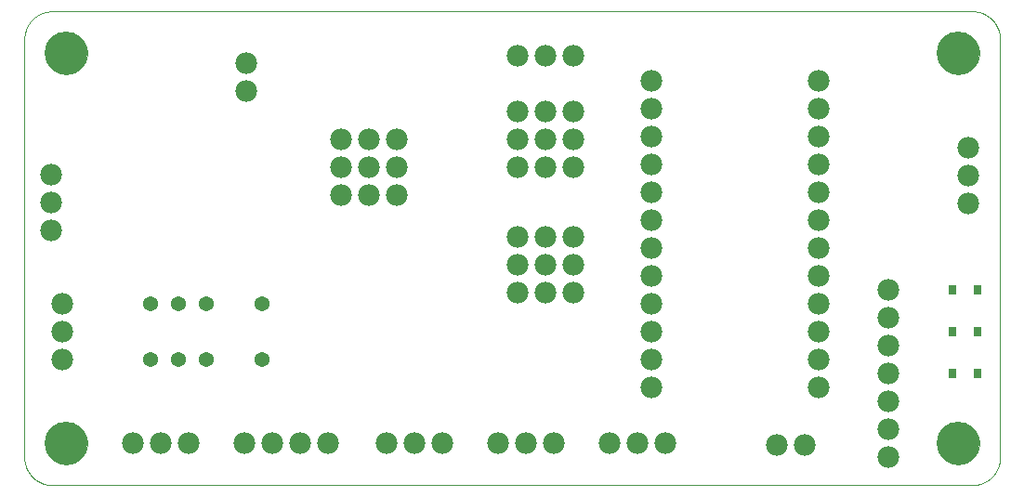
<source format=gts>
G75*
%MOIN*%
%OFA0B0*%
%FSLAX25Y25*%
%IPPOS*%
%LPD*%
%AMOC8*
5,1,8,0,0,1.08239X$1,22.5*
%
%ADD10C,0.00000*%
%ADD11C,0.15350*%
%ADD12C,0.07800*%
%ADD13R,0.02880X0.03668*%
%ADD14C,0.05400*%
D10*
X0011300Y0001300D02*
X0341300Y0001300D01*
X0341542Y0001303D01*
X0341783Y0001312D01*
X0342024Y0001326D01*
X0342265Y0001347D01*
X0342505Y0001373D01*
X0342745Y0001405D01*
X0342984Y0001443D01*
X0343221Y0001486D01*
X0343458Y0001536D01*
X0343693Y0001591D01*
X0343927Y0001651D01*
X0344159Y0001718D01*
X0344390Y0001789D01*
X0344619Y0001867D01*
X0344846Y0001950D01*
X0345071Y0002038D01*
X0345294Y0002132D01*
X0345514Y0002231D01*
X0345732Y0002336D01*
X0345947Y0002445D01*
X0346160Y0002560D01*
X0346370Y0002680D01*
X0346576Y0002805D01*
X0346780Y0002935D01*
X0346981Y0003070D01*
X0347178Y0003210D01*
X0347372Y0003354D01*
X0347562Y0003503D01*
X0347748Y0003657D01*
X0347931Y0003815D01*
X0348110Y0003977D01*
X0348285Y0004144D01*
X0348456Y0004315D01*
X0348623Y0004490D01*
X0348785Y0004669D01*
X0348943Y0004852D01*
X0349097Y0005038D01*
X0349246Y0005228D01*
X0349390Y0005422D01*
X0349530Y0005619D01*
X0349665Y0005820D01*
X0349795Y0006024D01*
X0349920Y0006230D01*
X0350040Y0006440D01*
X0350155Y0006653D01*
X0350264Y0006868D01*
X0350369Y0007086D01*
X0350468Y0007306D01*
X0350562Y0007529D01*
X0350650Y0007754D01*
X0350733Y0007981D01*
X0350811Y0008210D01*
X0350882Y0008441D01*
X0350949Y0008673D01*
X0351009Y0008907D01*
X0351064Y0009142D01*
X0351114Y0009379D01*
X0351157Y0009616D01*
X0351195Y0009855D01*
X0351227Y0010095D01*
X0351253Y0010335D01*
X0351274Y0010576D01*
X0351288Y0010817D01*
X0351297Y0011058D01*
X0351300Y0011300D01*
X0351300Y0161300D01*
X0351297Y0161542D01*
X0351288Y0161783D01*
X0351274Y0162024D01*
X0351253Y0162265D01*
X0351227Y0162505D01*
X0351195Y0162745D01*
X0351157Y0162984D01*
X0351114Y0163221D01*
X0351064Y0163458D01*
X0351009Y0163693D01*
X0350949Y0163927D01*
X0350882Y0164159D01*
X0350811Y0164390D01*
X0350733Y0164619D01*
X0350650Y0164846D01*
X0350562Y0165071D01*
X0350468Y0165294D01*
X0350369Y0165514D01*
X0350264Y0165732D01*
X0350155Y0165947D01*
X0350040Y0166160D01*
X0349920Y0166370D01*
X0349795Y0166576D01*
X0349665Y0166780D01*
X0349530Y0166981D01*
X0349390Y0167178D01*
X0349246Y0167372D01*
X0349097Y0167562D01*
X0348943Y0167748D01*
X0348785Y0167931D01*
X0348623Y0168110D01*
X0348456Y0168285D01*
X0348285Y0168456D01*
X0348110Y0168623D01*
X0347931Y0168785D01*
X0347748Y0168943D01*
X0347562Y0169097D01*
X0347372Y0169246D01*
X0347178Y0169390D01*
X0346981Y0169530D01*
X0346780Y0169665D01*
X0346576Y0169795D01*
X0346370Y0169920D01*
X0346160Y0170040D01*
X0345947Y0170155D01*
X0345732Y0170264D01*
X0345514Y0170369D01*
X0345294Y0170468D01*
X0345071Y0170562D01*
X0344846Y0170650D01*
X0344619Y0170733D01*
X0344390Y0170811D01*
X0344159Y0170882D01*
X0343927Y0170949D01*
X0343693Y0171009D01*
X0343458Y0171064D01*
X0343221Y0171114D01*
X0342984Y0171157D01*
X0342745Y0171195D01*
X0342505Y0171227D01*
X0342265Y0171253D01*
X0342024Y0171274D01*
X0341783Y0171288D01*
X0341542Y0171297D01*
X0341300Y0171300D01*
X0011300Y0171300D01*
X0011058Y0171297D01*
X0010817Y0171288D01*
X0010576Y0171274D01*
X0010335Y0171253D01*
X0010095Y0171227D01*
X0009855Y0171195D01*
X0009616Y0171157D01*
X0009379Y0171114D01*
X0009142Y0171064D01*
X0008907Y0171009D01*
X0008673Y0170949D01*
X0008441Y0170882D01*
X0008210Y0170811D01*
X0007981Y0170733D01*
X0007754Y0170650D01*
X0007529Y0170562D01*
X0007306Y0170468D01*
X0007086Y0170369D01*
X0006868Y0170264D01*
X0006653Y0170155D01*
X0006440Y0170040D01*
X0006230Y0169920D01*
X0006024Y0169795D01*
X0005820Y0169665D01*
X0005619Y0169530D01*
X0005422Y0169390D01*
X0005228Y0169246D01*
X0005038Y0169097D01*
X0004852Y0168943D01*
X0004669Y0168785D01*
X0004490Y0168623D01*
X0004315Y0168456D01*
X0004144Y0168285D01*
X0003977Y0168110D01*
X0003815Y0167931D01*
X0003657Y0167748D01*
X0003503Y0167562D01*
X0003354Y0167372D01*
X0003210Y0167178D01*
X0003070Y0166981D01*
X0002935Y0166780D01*
X0002805Y0166576D01*
X0002680Y0166370D01*
X0002560Y0166160D01*
X0002445Y0165947D01*
X0002336Y0165732D01*
X0002231Y0165514D01*
X0002132Y0165294D01*
X0002038Y0165071D01*
X0001950Y0164846D01*
X0001867Y0164619D01*
X0001789Y0164390D01*
X0001718Y0164159D01*
X0001651Y0163927D01*
X0001591Y0163693D01*
X0001536Y0163458D01*
X0001486Y0163221D01*
X0001443Y0162984D01*
X0001405Y0162745D01*
X0001373Y0162505D01*
X0001347Y0162265D01*
X0001326Y0162024D01*
X0001312Y0161783D01*
X0001303Y0161542D01*
X0001300Y0161300D01*
X0001300Y0011300D01*
X0001303Y0011058D01*
X0001312Y0010817D01*
X0001326Y0010576D01*
X0001347Y0010335D01*
X0001373Y0010095D01*
X0001405Y0009855D01*
X0001443Y0009616D01*
X0001486Y0009379D01*
X0001536Y0009142D01*
X0001591Y0008907D01*
X0001651Y0008673D01*
X0001718Y0008441D01*
X0001789Y0008210D01*
X0001867Y0007981D01*
X0001950Y0007754D01*
X0002038Y0007529D01*
X0002132Y0007306D01*
X0002231Y0007086D01*
X0002336Y0006868D01*
X0002445Y0006653D01*
X0002560Y0006440D01*
X0002680Y0006230D01*
X0002805Y0006024D01*
X0002935Y0005820D01*
X0003070Y0005619D01*
X0003210Y0005422D01*
X0003354Y0005228D01*
X0003503Y0005038D01*
X0003657Y0004852D01*
X0003815Y0004669D01*
X0003977Y0004490D01*
X0004144Y0004315D01*
X0004315Y0004144D01*
X0004490Y0003977D01*
X0004669Y0003815D01*
X0004852Y0003657D01*
X0005038Y0003503D01*
X0005228Y0003354D01*
X0005422Y0003210D01*
X0005619Y0003070D01*
X0005820Y0002935D01*
X0006024Y0002805D01*
X0006230Y0002680D01*
X0006440Y0002560D01*
X0006653Y0002445D01*
X0006868Y0002336D01*
X0007086Y0002231D01*
X0007306Y0002132D01*
X0007529Y0002038D01*
X0007754Y0001950D01*
X0007981Y0001867D01*
X0008210Y0001789D01*
X0008441Y0001718D01*
X0008673Y0001651D01*
X0008907Y0001591D01*
X0009142Y0001536D01*
X0009379Y0001486D01*
X0009616Y0001443D01*
X0009855Y0001405D01*
X0010095Y0001373D01*
X0010335Y0001347D01*
X0010576Y0001326D01*
X0010817Y0001312D01*
X0011058Y0001303D01*
X0011300Y0001300D01*
X0008825Y0016300D02*
X0008827Y0016483D01*
X0008834Y0016667D01*
X0008845Y0016850D01*
X0008861Y0017033D01*
X0008881Y0017215D01*
X0008906Y0017397D01*
X0008935Y0017578D01*
X0008969Y0017758D01*
X0009007Y0017938D01*
X0009049Y0018116D01*
X0009096Y0018294D01*
X0009147Y0018470D01*
X0009202Y0018645D01*
X0009262Y0018818D01*
X0009326Y0018990D01*
X0009394Y0019161D01*
X0009466Y0019329D01*
X0009543Y0019496D01*
X0009623Y0019661D01*
X0009708Y0019824D01*
X0009796Y0019984D01*
X0009888Y0020143D01*
X0009985Y0020299D01*
X0010085Y0020453D01*
X0010189Y0020604D01*
X0010296Y0020753D01*
X0010407Y0020899D01*
X0010522Y0021042D01*
X0010640Y0021182D01*
X0010761Y0021320D01*
X0010886Y0021454D01*
X0011014Y0021586D01*
X0011146Y0021714D01*
X0011280Y0021839D01*
X0011418Y0021960D01*
X0011558Y0022078D01*
X0011701Y0022193D01*
X0011847Y0022304D01*
X0011996Y0022411D01*
X0012147Y0022515D01*
X0012301Y0022615D01*
X0012457Y0022712D01*
X0012616Y0022804D01*
X0012776Y0022892D01*
X0012939Y0022977D01*
X0013104Y0023057D01*
X0013271Y0023134D01*
X0013439Y0023206D01*
X0013610Y0023274D01*
X0013782Y0023338D01*
X0013955Y0023398D01*
X0014130Y0023453D01*
X0014306Y0023504D01*
X0014484Y0023551D01*
X0014662Y0023593D01*
X0014842Y0023631D01*
X0015022Y0023665D01*
X0015203Y0023694D01*
X0015385Y0023719D01*
X0015567Y0023739D01*
X0015750Y0023755D01*
X0015933Y0023766D01*
X0016117Y0023773D01*
X0016300Y0023775D01*
X0016483Y0023773D01*
X0016667Y0023766D01*
X0016850Y0023755D01*
X0017033Y0023739D01*
X0017215Y0023719D01*
X0017397Y0023694D01*
X0017578Y0023665D01*
X0017758Y0023631D01*
X0017938Y0023593D01*
X0018116Y0023551D01*
X0018294Y0023504D01*
X0018470Y0023453D01*
X0018645Y0023398D01*
X0018818Y0023338D01*
X0018990Y0023274D01*
X0019161Y0023206D01*
X0019329Y0023134D01*
X0019496Y0023057D01*
X0019661Y0022977D01*
X0019824Y0022892D01*
X0019984Y0022804D01*
X0020143Y0022712D01*
X0020299Y0022615D01*
X0020453Y0022515D01*
X0020604Y0022411D01*
X0020753Y0022304D01*
X0020899Y0022193D01*
X0021042Y0022078D01*
X0021182Y0021960D01*
X0021320Y0021839D01*
X0021454Y0021714D01*
X0021586Y0021586D01*
X0021714Y0021454D01*
X0021839Y0021320D01*
X0021960Y0021182D01*
X0022078Y0021042D01*
X0022193Y0020899D01*
X0022304Y0020753D01*
X0022411Y0020604D01*
X0022515Y0020453D01*
X0022615Y0020299D01*
X0022712Y0020143D01*
X0022804Y0019984D01*
X0022892Y0019824D01*
X0022977Y0019661D01*
X0023057Y0019496D01*
X0023134Y0019329D01*
X0023206Y0019161D01*
X0023274Y0018990D01*
X0023338Y0018818D01*
X0023398Y0018645D01*
X0023453Y0018470D01*
X0023504Y0018294D01*
X0023551Y0018116D01*
X0023593Y0017938D01*
X0023631Y0017758D01*
X0023665Y0017578D01*
X0023694Y0017397D01*
X0023719Y0017215D01*
X0023739Y0017033D01*
X0023755Y0016850D01*
X0023766Y0016667D01*
X0023773Y0016483D01*
X0023775Y0016300D01*
X0023773Y0016117D01*
X0023766Y0015933D01*
X0023755Y0015750D01*
X0023739Y0015567D01*
X0023719Y0015385D01*
X0023694Y0015203D01*
X0023665Y0015022D01*
X0023631Y0014842D01*
X0023593Y0014662D01*
X0023551Y0014484D01*
X0023504Y0014306D01*
X0023453Y0014130D01*
X0023398Y0013955D01*
X0023338Y0013782D01*
X0023274Y0013610D01*
X0023206Y0013439D01*
X0023134Y0013271D01*
X0023057Y0013104D01*
X0022977Y0012939D01*
X0022892Y0012776D01*
X0022804Y0012616D01*
X0022712Y0012457D01*
X0022615Y0012301D01*
X0022515Y0012147D01*
X0022411Y0011996D01*
X0022304Y0011847D01*
X0022193Y0011701D01*
X0022078Y0011558D01*
X0021960Y0011418D01*
X0021839Y0011280D01*
X0021714Y0011146D01*
X0021586Y0011014D01*
X0021454Y0010886D01*
X0021320Y0010761D01*
X0021182Y0010640D01*
X0021042Y0010522D01*
X0020899Y0010407D01*
X0020753Y0010296D01*
X0020604Y0010189D01*
X0020453Y0010085D01*
X0020299Y0009985D01*
X0020143Y0009888D01*
X0019984Y0009796D01*
X0019824Y0009708D01*
X0019661Y0009623D01*
X0019496Y0009543D01*
X0019329Y0009466D01*
X0019161Y0009394D01*
X0018990Y0009326D01*
X0018818Y0009262D01*
X0018645Y0009202D01*
X0018470Y0009147D01*
X0018294Y0009096D01*
X0018116Y0009049D01*
X0017938Y0009007D01*
X0017758Y0008969D01*
X0017578Y0008935D01*
X0017397Y0008906D01*
X0017215Y0008881D01*
X0017033Y0008861D01*
X0016850Y0008845D01*
X0016667Y0008834D01*
X0016483Y0008827D01*
X0016300Y0008825D01*
X0016117Y0008827D01*
X0015933Y0008834D01*
X0015750Y0008845D01*
X0015567Y0008861D01*
X0015385Y0008881D01*
X0015203Y0008906D01*
X0015022Y0008935D01*
X0014842Y0008969D01*
X0014662Y0009007D01*
X0014484Y0009049D01*
X0014306Y0009096D01*
X0014130Y0009147D01*
X0013955Y0009202D01*
X0013782Y0009262D01*
X0013610Y0009326D01*
X0013439Y0009394D01*
X0013271Y0009466D01*
X0013104Y0009543D01*
X0012939Y0009623D01*
X0012776Y0009708D01*
X0012616Y0009796D01*
X0012457Y0009888D01*
X0012301Y0009985D01*
X0012147Y0010085D01*
X0011996Y0010189D01*
X0011847Y0010296D01*
X0011701Y0010407D01*
X0011558Y0010522D01*
X0011418Y0010640D01*
X0011280Y0010761D01*
X0011146Y0010886D01*
X0011014Y0011014D01*
X0010886Y0011146D01*
X0010761Y0011280D01*
X0010640Y0011418D01*
X0010522Y0011558D01*
X0010407Y0011701D01*
X0010296Y0011847D01*
X0010189Y0011996D01*
X0010085Y0012147D01*
X0009985Y0012301D01*
X0009888Y0012457D01*
X0009796Y0012616D01*
X0009708Y0012776D01*
X0009623Y0012939D01*
X0009543Y0013104D01*
X0009466Y0013271D01*
X0009394Y0013439D01*
X0009326Y0013610D01*
X0009262Y0013782D01*
X0009202Y0013955D01*
X0009147Y0014130D01*
X0009096Y0014306D01*
X0009049Y0014484D01*
X0009007Y0014662D01*
X0008969Y0014842D01*
X0008935Y0015022D01*
X0008906Y0015203D01*
X0008881Y0015385D01*
X0008861Y0015567D01*
X0008845Y0015750D01*
X0008834Y0015933D01*
X0008827Y0016117D01*
X0008825Y0016300D01*
X0008825Y0156300D02*
X0008827Y0156483D01*
X0008834Y0156667D01*
X0008845Y0156850D01*
X0008861Y0157033D01*
X0008881Y0157215D01*
X0008906Y0157397D01*
X0008935Y0157578D01*
X0008969Y0157758D01*
X0009007Y0157938D01*
X0009049Y0158116D01*
X0009096Y0158294D01*
X0009147Y0158470D01*
X0009202Y0158645D01*
X0009262Y0158818D01*
X0009326Y0158990D01*
X0009394Y0159161D01*
X0009466Y0159329D01*
X0009543Y0159496D01*
X0009623Y0159661D01*
X0009708Y0159824D01*
X0009796Y0159984D01*
X0009888Y0160143D01*
X0009985Y0160299D01*
X0010085Y0160453D01*
X0010189Y0160604D01*
X0010296Y0160753D01*
X0010407Y0160899D01*
X0010522Y0161042D01*
X0010640Y0161182D01*
X0010761Y0161320D01*
X0010886Y0161454D01*
X0011014Y0161586D01*
X0011146Y0161714D01*
X0011280Y0161839D01*
X0011418Y0161960D01*
X0011558Y0162078D01*
X0011701Y0162193D01*
X0011847Y0162304D01*
X0011996Y0162411D01*
X0012147Y0162515D01*
X0012301Y0162615D01*
X0012457Y0162712D01*
X0012616Y0162804D01*
X0012776Y0162892D01*
X0012939Y0162977D01*
X0013104Y0163057D01*
X0013271Y0163134D01*
X0013439Y0163206D01*
X0013610Y0163274D01*
X0013782Y0163338D01*
X0013955Y0163398D01*
X0014130Y0163453D01*
X0014306Y0163504D01*
X0014484Y0163551D01*
X0014662Y0163593D01*
X0014842Y0163631D01*
X0015022Y0163665D01*
X0015203Y0163694D01*
X0015385Y0163719D01*
X0015567Y0163739D01*
X0015750Y0163755D01*
X0015933Y0163766D01*
X0016117Y0163773D01*
X0016300Y0163775D01*
X0016483Y0163773D01*
X0016667Y0163766D01*
X0016850Y0163755D01*
X0017033Y0163739D01*
X0017215Y0163719D01*
X0017397Y0163694D01*
X0017578Y0163665D01*
X0017758Y0163631D01*
X0017938Y0163593D01*
X0018116Y0163551D01*
X0018294Y0163504D01*
X0018470Y0163453D01*
X0018645Y0163398D01*
X0018818Y0163338D01*
X0018990Y0163274D01*
X0019161Y0163206D01*
X0019329Y0163134D01*
X0019496Y0163057D01*
X0019661Y0162977D01*
X0019824Y0162892D01*
X0019984Y0162804D01*
X0020143Y0162712D01*
X0020299Y0162615D01*
X0020453Y0162515D01*
X0020604Y0162411D01*
X0020753Y0162304D01*
X0020899Y0162193D01*
X0021042Y0162078D01*
X0021182Y0161960D01*
X0021320Y0161839D01*
X0021454Y0161714D01*
X0021586Y0161586D01*
X0021714Y0161454D01*
X0021839Y0161320D01*
X0021960Y0161182D01*
X0022078Y0161042D01*
X0022193Y0160899D01*
X0022304Y0160753D01*
X0022411Y0160604D01*
X0022515Y0160453D01*
X0022615Y0160299D01*
X0022712Y0160143D01*
X0022804Y0159984D01*
X0022892Y0159824D01*
X0022977Y0159661D01*
X0023057Y0159496D01*
X0023134Y0159329D01*
X0023206Y0159161D01*
X0023274Y0158990D01*
X0023338Y0158818D01*
X0023398Y0158645D01*
X0023453Y0158470D01*
X0023504Y0158294D01*
X0023551Y0158116D01*
X0023593Y0157938D01*
X0023631Y0157758D01*
X0023665Y0157578D01*
X0023694Y0157397D01*
X0023719Y0157215D01*
X0023739Y0157033D01*
X0023755Y0156850D01*
X0023766Y0156667D01*
X0023773Y0156483D01*
X0023775Y0156300D01*
X0023773Y0156117D01*
X0023766Y0155933D01*
X0023755Y0155750D01*
X0023739Y0155567D01*
X0023719Y0155385D01*
X0023694Y0155203D01*
X0023665Y0155022D01*
X0023631Y0154842D01*
X0023593Y0154662D01*
X0023551Y0154484D01*
X0023504Y0154306D01*
X0023453Y0154130D01*
X0023398Y0153955D01*
X0023338Y0153782D01*
X0023274Y0153610D01*
X0023206Y0153439D01*
X0023134Y0153271D01*
X0023057Y0153104D01*
X0022977Y0152939D01*
X0022892Y0152776D01*
X0022804Y0152616D01*
X0022712Y0152457D01*
X0022615Y0152301D01*
X0022515Y0152147D01*
X0022411Y0151996D01*
X0022304Y0151847D01*
X0022193Y0151701D01*
X0022078Y0151558D01*
X0021960Y0151418D01*
X0021839Y0151280D01*
X0021714Y0151146D01*
X0021586Y0151014D01*
X0021454Y0150886D01*
X0021320Y0150761D01*
X0021182Y0150640D01*
X0021042Y0150522D01*
X0020899Y0150407D01*
X0020753Y0150296D01*
X0020604Y0150189D01*
X0020453Y0150085D01*
X0020299Y0149985D01*
X0020143Y0149888D01*
X0019984Y0149796D01*
X0019824Y0149708D01*
X0019661Y0149623D01*
X0019496Y0149543D01*
X0019329Y0149466D01*
X0019161Y0149394D01*
X0018990Y0149326D01*
X0018818Y0149262D01*
X0018645Y0149202D01*
X0018470Y0149147D01*
X0018294Y0149096D01*
X0018116Y0149049D01*
X0017938Y0149007D01*
X0017758Y0148969D01*
X0017578Y0148935D01*
X0017397Y0148906D01*
X0017215Y0148881D01*
X0017033Y0148861D01*
X0016850Y0148845D01*
X0016667Y0148834D01*
X0016483Y0148827D01*
X0016300Y0148825D01*
X0016117Y0148827D01*
X0015933Y0148834D01*
X0015750Y0148845D01*
X0015567Y0148861D01*
X0015385Y0148881D01*
X0015203Y0148906D01*
X0015022Y0148935D01*
X0014842Y0148969D01*
X0014662Y0149007D01*
X0014484Y0149049D01*
X0014306Y0149096D01*
X0014130Y0149147D01*
X0013955Y0149202D01*
X0013782Y0149262D01*
X0013610Y0149326D01*
X0013439Y0149394D01*
X0013271Y0149466D01*
X0013104Y0149543D01*
X0012939Y0149623D01*
X0012776Y0149708D01*
X0012616Y0149796D01*
X0012457Y0149888D01*
X0012301Y0149985D01*
X0012147Y0150085D01*
X0011996Y0150189D01*
X0011847Y0150296D01*
X0011701Y0150407D01*
X0011558Y0150522D01*
X0011418Y0150640D01*
X0011280Y0150761D01*
X0011146Y0150886D01*
X0011014Y0151014D01*
X0010886Y0151146D01*
X0010761Y0151280D01*
X0010640Y0151418D01*
X0010522Y0151558D01*
X0010407Y0151701D01*
X0010296Y0151847D01*
X0010189Y0151996D01*
X0010085Y0152147D01*
X0009985Y0152301D01*
X0009888Y0152457D01*
X0009796Y0152616D01*
X0009708Y0152776D01*
X0009623Y0152939D01*
X0009543Y0153104D01*
X0009466Y0153271D01*
X0009394Y0153439D01*
X0009326Y0153610D01*
X0009262Y0153782D01*
X0009202Y0153955D01*
X0009147Y0154130D01*
X0009096Y0154306D01*
X0009049Y0154484D01*
X0009007Y0154662D01*
X0008969Y0154842D01*
X0008935Y0155022D01*
X0008906Y0155203D01*
X0008881Y0155385D01*
X0008861Y0155567D01*
X0008845Y0155750D01*
X0008834Y0155933D01*
X0008827Y0156117D01*
X0008825Y0156300D01*
X0328825Y0156300D02*
X0328827Y0156483D01*
X0328834Y0156667D01*
X0328845Y0156850D01*
X0328861Y0157033D01*
X0328881Y0157215D01*
X0328906Y0157397D01*
X0328935Y0157578D01*
X0328969Y0157758D01*
X0329007Y0157938D01*
X0329049Y0158116D01*
X0329096Y0158294D01*
X0329147Y0158470D01*
X0329202Y0158645D01*
X0329262Y0158818D01*
X0329326Y0158990D01*
X0329394Y0159161D01*
X0329466Y0159329D01*
X0329543Y0159496D01*
X0329623Y0159661D01*
X0329708Y0159824D01*
X0329796Y0159984D01*
X0329888Y0160143D01*
X0329985Y0160299D01*
X0330085Y0160453D01*
X0330189Y0160604D01*
X0330296Y0160753D01*
X0330407Y0160899D01*
X0330522Y0161042D01*
X0330640Y0161182D01*
X0330761Y0161320D01*
X0330886Y0161454D01*
X0331014Y0161586D01*
X0331146Y0161714D01*
X0331280Y0161839D01*
X0331418Y0161960D01*
X0331558Y0162078D01*
X0331701Y0162193D01*
X0331847Y0162304D01*
X0331996Y0162411D01*
X0332147Y0162515D01*
X0332301Y0162615D01*
X0332457Y0162712D01*
X0332616Y0162804D01*
X0332776Y0162892D01*
X0332939Y0162977D01*
X0333104Y0163057D01*
X0333271Y0163134D01*
X0333439Y0163206D01*
X0333610Y0163274D01*
X0333782Y0163338D01*
X0333955Y0163398D01*
X0334130Y0163453D01*
X0334306Y0163504D01*
X0334484Y0163551D01*
X0334662Y0163593D01*
X0334842Y0163631D01*
X0335022Y0163665D01*
X0335203Y0163694D01*
X0335385Y0163719D01*
X0335567Y0163739D01*
X0335750Y0163755D01*
X0335933Y0163766D01*
X0336117Y0163773D01*
X0336300Y0163775D01*
X0336483Y0163773D01*
X0336667Y0163766D01*
X0336850Y0163755D01*
X0337033Y0163739D01*
X0337215Y0163719D01*
X0337397Y0163694D01*
X0337578Y0163665D01*
X0337758Y0163631D01*
X0337938Y0163593D01*
X0338116Y0163551D01*
X0338294Y0163504D01*
X0338470Y0163453D01*
X0338645Y0163398D01*
X0338818Y0163338D01*
X0338990Y0163274D01*
X0339161Y0163206D01*
X0339329Y0163134D01*
X0339496Y0163057D01*
X0339661Y0162977D01*
X0339824Y0162892D01*
X0339984Y0162804D01*
X0340143Y0162712D01*
X0340299Y0162615D01*
X0340453Y0162515D01*
X0340604Y0162411D01*
X0340753Y0162304D01*
X0340899Y0162193D01*
X0341042Y0162078D01*
X0341182Y0161960D01*
X0341320Y0161839D01*
X0341454Y0161714D01*
X0341586Y0161586D01*
X0341714Y0161454D01*
X0341839Y0161320D01*
X0341960Y0161182D01*
X0342078Y0161042D01*
X0342193Y0160899D01*
X0342304Y0160753D01*
X0342411Y0160604D01*
X0342515Y0160453D01*
X0342615Y0160299D01*
X0342712Y0160143D01*
X0342804Y0159984D01*
X0342892Y0159824D01*
X0342977Y0159661D01*
X0343057Y0159496D01*
X0343134Y0159329D01*
X0343206Y0159161D01*
X0343274Y0158990D01*
X0343338Y0158818D01*
X0343398Y0158645D01*
X0343453Y0158470D01*
X0343504Y0158294D01*
X0343551Y0158116D01*
X0343593Y0157938D01*
X0343631Y0157758D01*
X0343665Y0157578D01*
X0343694Y0157397D01*
X0343719Y0157215D01*
X0343739Y0157033D01*
X0343755Y0156850D01*
X0343766Y0156667D01*
X0343773Y0156483D01*
X0343775Y0156300D01*
X0343773Y0156117D01*
X0343766Y0155933D01*
X0343755Y0155750D01*
X0343739Y0155567D01*
X0343719Y0155385D01*
X0343694Y0155203D01*
X0343665Y0155022D01*
X0343631Y0154842D01*
X0343593Y0154662D01*
X0343551Y0154484D01*
X0343504Y0154306D01*
X0343453Y0154130D01*
X0343398Y0153955D01*
X0343338Y0153782D01*
X0343274Y0153610D01*
X0343206Y0153439D01*
X0343134Y0153271D01*
X0343057Y0153104D01*
X0342977Y0152939D01*
X0342892Y0152776D01*
X0342804Y0152616D01*
X0342712Y0152457D01*
X0342615Y0152301D01*
X0342515Y0152147D01*
X0342411Y0151996D01*
X0342304Y0151847D01*
X0342193Y0151701D01*
X0342078Y0151558D01*
X0341960Y0151418D01*
X0341839Y0151280D01*
X0341714Y0151146D01*
X0341586Y0151014D01*
X0341454Y0150886D01*
X0341320Y0150761D01*
X0341182Y0150640D01*
X0341042Y0150522D01*
X0340899Y0150407D01*
X0340753Y0150296D01*
X0340604Y0150189D01*
X0340453Y0150085D01*
X0340299Y0149985D01*
X0340143Y0149888D01*
X0339984Y0149796D01*
X0339824Y0149708D01*
X0339661Y0149623D01*
X0339496Y0149543D01*
X0339329Y0149466D01*
X0339161Y0149394D01*
X0338990Y0149326D01*
X0338818Y0149262D01*
X0338645Y0149202D01*
X0338470Y0149147D01*
X0338294Y0149096D01*
X0338116Y0149049D01*
X0337938Y0149007D01*
X0337758Y0148969D01*
X0337578Y0148935D01*
X0337397Y0148906D01*
X0337215Y0148881D01*
X0337033Y0148861D01*
X0336850Y0148845D01*
X0336667Y0148834D01*
X0336483Y0148827D01*
X0336300Y0148825D01*
X0336117Y0148827D01*
X0335933Y0148834D01*
X0335750Y0148845D01*
X0335567Y0148861D01*
X0335385Y0148881D01*
X0335203Y0148906D01*
X0335022Y0148935D01*
X0334842Y0148969D01*
X0334662Y0149007D01*
X0334484Y0149049D01*
X0334306Y0149096D01*
X0334130Y0149147D01*
X0333955Y0149202D01*
X0333782Y0149262D01*
X0333610Y0149326D01*
X0333439Y0149394D01*
X0333271Y0149466D01*
X0333104Y0149543D01*
X0332939Y0149623D01*
X0332776Y0149708D01*
X0332616Y0149796D01*
X0332457Y0149888D01*
X0332301Y0149985D01*
X0332147Y0150085D01*
X0331996Y0150189D01*
X0331847Y0150296D01*
X0331701Y0150407D01*
X0331558Y0150522D01*
X0331418Y0150640D01*
X0331280Y0150761D01*
X0331146Y0150886D01*
X0331014Y0151014D01*
X0330886Y0151146D01*
X0330761Y0151280D01*
X0330640Y0151418D01*
X0330522Y0151558D01*
X0330407Y0151701D01*
X0330296Y0151847D01*
X0330189Y0151996D01*
X0330085Y0152147D01*
X0329985Y0152301D01*
X0329888Y0152457D01*
X0329796Y0152616D01*
X0329708Y0152776D01*
X0329623Y0152939D01*
X0329543Y0153104D01*
X0329466Y0153271D01*
X0329394Y0153439D01*
X0329326Y0153610D01*
X0329262Y0153782D01*
X0329202Y0153955D01*
X0329147Y0154130D01*
X0329096Y0154306D01*
X0329049Y0154484D01*
X0329007Y0154662D01*
X0328969Y0154842D01*
X0328935Y0155022D01*
X0328906Y0155203D01*
X0328881Y0155385D01*
X0328861Y0155567D01*
X0328845Y0155750D01*
X0328834Y0155933D01*
X0328827Y0156117D01*
X0328825Y0156300D01*
X0328825Y0016300D02*
X0328827Y0016483D01*
X0328834Y0016667D01*
X0328845Y0016850D01*
X0328861Y0017033D01*
X0328881Y0017215D01*
X0328906Y0017397D01*
X0328935Y0017578D01*
X0328969Y0017758D01*
X0329007Y0017938D01*
X0329049Y0018116D01*
X0329096Y0018294D01*
X0329147Y0018470D01*
X0329202Y0018645D01*
X0329262Y0018818D01*
X0329326Y0018990D01*
X0329394Y0019161D01*
X0329466Y0019329D01*
X0329543Y0019496D01*
X0329623Y0019661D01*
X0329708Y0019824D01*
X0329796Y0019984D01*
X0329888Y0020143D01*
X0329985Y0020299D01*
X0330085Y0020453D01*
X0330189Y0020604D01*
X0330296Y0020753D01*
X0330407Y0020899D01*
X0330522Y0021042D01*
X0330640Y0021182D01*
X0330761Y0021320D01*
X0330886Y0021454D01*
X0331014Y0021586D01*
X0331146Y0021714D01*
X0331280Y0021839D01*
X0331418Y0021960D01*
X0331558Y0022078D01*
X0331701Y0022193D01*
X0331847Y0022304D01*
X0331996Y0022411D01*
X0332147Y0022515D01*
X0332301Y0022615D01*
X0332457Y0022712D01*
X0332616Y0022804D01*
X0332776Y0022892D01*
X0332939Y0022977D01*
X0333104Y0023057D01*
X0333271Y0023134D01*
X0333439Y0023206D01*
X0333610Y0023274D01*
X0333782Y0023338D01*
X0333955Y0023398D01*
X0334130Y0023453D01*
X0334306Y0023504D01*
X0334484Y0023551D01*
X0334662Y0023593D01*
X0334842Y0023631D01*
X0335022Y0023665D01*
X0335203Y0023694D01*
X0335385Y0023719D01*
X0335567Y0023739D01*
X0335750Y0023755D01*
X0335933Y0023766D01*
X0336117Y0023773D01*
X0336300Y0023775D01*
X0336483Y0023773D01*
X0336667Y0023766D01*
X0336850Y0023755D01*
X0337033Y0023739D01*
X0337215Y0023719D01*
X0337397Y0023694D01*
X0337578Y0023665D01*
X0337758Y0023631D01*
X0337938Y0023593D01*
X0338116Y0023551D01*
X0338294Y0023504D01*
X0338470Y0023453D01*
X0338645Y0023398D01*
X0338818Y0023338D01*
X0338990Y0023274D01*
X0339161Y0023206D01*
X0339329Y0023134D01*
X0339496Y0023057D01*
X0339661Y0022977D01*
X0339824Y0022892D01*
X0339984Y0022804D01*
X0340143Y0022712D01*
X0340299Y0022615D01*
X0340453Y0022515D01*
X0340604Y0022411D01*
X0340753Y0022304D01*
X0340899Y0022193D01*
X0341042Y0022078D01*
X0341182Y0021960D01*
X0341320Y0021839D01*
X0341454Y0021714D01*
X0341586Y0021586D01*
X0341714Y0021454D01*
X0341839Y0021320D01*
X0341960Y0021182D01*
X0342078Y0021042D01*
X0342193Y0020899D01*
X0342304Y0020753D01*
X0342411Y0020604D01*
X0342515Y0020453D01*
X0342615Y0020299D01*
X0342712Y0020143D01*
X0342804Y0019984D01*
X0342892Y0019824D01*
X0342977Y0019661D01*
X0343057Y0019496D01*
X0343134Y0019329D01*
X0343206Y0019161D01*
X0343274Y0018990D01*
X0343338Y0018818D01*
X0343398Y0018645D01*
X0343453Y0018470D01*
X0343504Y0018294D01*
X0343551Y0018116D01*
X0343593Y0017938D01*
X0343631Y0017758D01*
X0343665Y0017578D01*
X0343694Y0017397D01*
X0343719Y0017215D01*
X0343739Y0017033D01*
X0343755Y0016850D01*
X0343766Y0016667D01*
X0343773Y0016483D01*
X0343775Y0016300D01*
X0343773Y0016117D01*
X0343766Y0015933D01*
X0343755Y0015750D01*
X0343739Y0015567D01*
X0343719Y0015385D01*
X0343694Y0015203D01*
X0343665Y0015022D01*
X0343631Y0014842D01*
X0343593Y0014662D01*
X0343551Y0014484D01*
X0343504Y0014306D01*
X0343453Y0014130D01*
X0343398Y0013955D01*
X0343338Y0013782D01*
X0343274Y0013610D01*
X0343206Y0013439D01*
X0343134Y0013271D01*
X0343057Y0013104D01*
X0342977Y0012939D01*
X0342892Y0012776D01*
X0342804Y0012616D01*
X0342712Y0012457D01*
X0342615Y0012301D01*
X0342515Y0012147D01*
X0342411Y0011996D01*
X0342304Y0011847D01*
X0342193Y0011701D01*
X0342078Y0011558D01*
X0341960Y0011418D01*
X0341839Y0011280D01*
X0341714Y0011146D01*
X0341586Y0011014D01*
X0341454Y0010886D01*
X0341320Y0010761D01*
X0341182Y0010640D01*
X0341042Y0010522D01*
X0340899Y0010407D01*
X0340753Y0010296D01*
X0340604Y0010189D01*
X0340453Y0010085D01*
X0340299Y0009985D01*
X0340143Y0009888D01*
X0339984Y0009796D01*
X0339824Y0009708D01*
X0339661Y0009623D01*
X0339496Y0009543D01*
X0339329Y0009466D01*
X0339161Y0009394D01*
X0338990Y0009326D01*
X0338818Y0009262D01*
X0338645Y0009202D01*
X0338470Y0009147D01*
X0338294Y0009096D01*
X0338116Y0009049D01*
X0337938Y0009007D01*
X0337758Y0008969D01*
X0337578Y0008935D01*
X0337397Y0008906D01*
X0337215Y0008881D01*
X0337033Y0008861D01*
X0336850Y0008845D01*
X0336667Y0008834D01*
X0336483Y0008827D01*
X0336300Y0008825D01*
X0336117Y0008827D01*
X0335933Y0008834D01*
X0335750Y0008845D01*
X0335567Y0008861D01*
X0335385Y0008881D01*
X0335203Y0008906D01*
X0335022Y0008935D01*
X0334842Y0008969D01*
X0334662Y0009007D01*
X0334484Y0009049D01*
X0334306Y0009096D01*
X0334130Y0009147D01*
X0333955Y0009202D01*
X0333782Y0009262D01*
X0333610Y0009326D01*
X0333439Y0009394D01*
X0333271Y0009466D01*
X0333104Y0009543D01*
X0332939Y0009623D01*
X0332776Y0009708D01*
X0332616Y0009796D01*
X0332457Y0009888D01*
X0332301Y0009985D01*
X0332147Y0010085D01*
X0331996Y0010189D01*
X0331847Y0010296D01*
X0331701Y0010407D01*
X0331558Y0010522D01*
X0331418Y0010640D01*
X0331280Y0010761D01*
X0331146Y0010886D01*
X0331014Y0011014D01*
X0330886Y0011146D01*
X0330761Y0011280D01*
X0330640Y0011418D01*
X0330522Y0011558D01*
X0330407Y0011701D01*
X0330296Y0011847D01*
X0330189Y0011996D01*
X0330085Y0012147D01*
X0329985Y0012301D01*
X0329888Y0012457D01*
X0329796Y0012616D01*
X0329708Y0012776D01*
X0329623Y0012939D01*
X0329543Y0013104D01*
X0329466Y0013271D01*
X0329394Y0013439D01*
X0329326Y0013610D01*
X0329262Y0013782D01*
X0329202Y0013955D01*
X0329147Y0014130D01*
X0329096Y0014306D01*
X0329049Y0014484D01*
X0329007Y0014662D01*
X0328969Y0014842D01*
X0328935Y0015022D01*
X0328906Y0015203D01*
X0328881Y0015385D01*
X0328861Y0015567D01*
X0328845Y0015750D01*
X0328834Y0015933D01*
X0328827Y0016117D01*
X0328825Y0016300D01*
D11*
X0336300Y0016300D03*
X0336300Y0156300D03*
X0016300Y0156300D03*
X0016300Y0016300D03*
D12*
X0040300Y0016300D03*
X0050300Y0016300D03*
X0060300Y0016300D03*
X0080300Y0016300D03*
X0090300Y0016300D03*
X0100300Y0016300D03*
X0110300Y0016300D03*
X0131300Y0016300D03*
X0141300Y0016300D03*
X0151300Y0016300D03*
X0171300Y0016300D03*
X0181300Y0016300D03*
X0191300Y0016300D03*
X0211300Y0016300D03*
X0221300Y0016300D03*
X0231300Y0016300D03*
X0271300Y0015800D03*
X0281300Y0015800D03*
X0311300Y0011300D03*
X0311300Y0021300D03*
X0311300Y0031300D03*
X0311300Y0041300D03*
X0311300Y0051300D03*
X0311300Y0061300D03*
X0311300Y0071300D03*
X0286300Y0066300D03*
X0286300Y0056300D03*
X0286300Y0046300D03*
X0286300Y0036300D03*
X0226300Y0036300D03*
X0226300Y0046300D03*
X0226300Y0056300D03*
X0226300Y0066300D03*
X0226300Y0076300D03*
X0226300Y0086300D03*
X0226300Y0096300D03*
X0226300Y0106300D03*
X0226300Y0116300D03*
X0226300Y0126300D03*
X0226300Y0136300D03*
X0226300Y0146300D03*
X0198300Y0155300D03*
X0188300Y0155300D03*
X0178300Y0155300D03*
X0178300Y0135300D03*
X0188300Y0135300D03*
X0198300Y0135300D03*
X0198300Y0125300D03*
X0188300Y0125300D03*
X0178300Y0125300D03*
X0178300Y0115300D03*
X0188300Y0115300D03*
X0198300Y0115300D03*
X0198300Y0090300D03*
X0188300Y0090300D03*
X0178300Y0090300D03*
X0178300Y0080300D03*
X0188300Y0080300D03*
X0198300Y0080300D03*
X0198300Y0070300D03*
X0188300Y0070300D03*
X0178300Y0070300D03*
X0134800Y0105300D03*
X0124800Y0105300D03*
X0114800Y0105300D03*
X0114800Y0115300D03*
X0124800Y0115300D03*
X0134800Y0115300D03*
X0134800Y0125300D03*
X0124800Y0125300D03*
X0114800Y0125300D03*
X0081000Y0142600D03*
X0081000Y0152600D03*
X0011000Y0112600D03*
X0011000Y0102600D03*
X0011000Y0092600D03*
X0014800Y0066300D03*
X0014800Y0056300D03*
X0014800Y0046300D03*
X0286300Y0076300D03*
X0286300Y0086300D03*
X0286300Y0096300D03*
X0286300Y0106300D03*
X0286300Y0116300D03*
X0286300Y0126300D03*
X0286300Y0136300D03*
X0286300Y0146300D03*
X0339800Y0122300D03*
X0339800Y0112300D03*
X0339800Y0102300D03*
D13*
X0343328Y0071300D03*
X0334272Y0071300D03*
X0334272Y0056300D03*
X0343328Y0056300D03*
X0343328Y0041300D03*
X0334272Y0041300D03*
D14*
X0086400Y0046300D03*
X0066400Y0046300D03*
X0056400Y0046300D03*
X0046400Y0046300D03*
X0046400Y0066300D03*
X0056400Y0066300D03*
X0066400Y0066300D03*
X0086400Y0066300D03*
M02*

</source>
